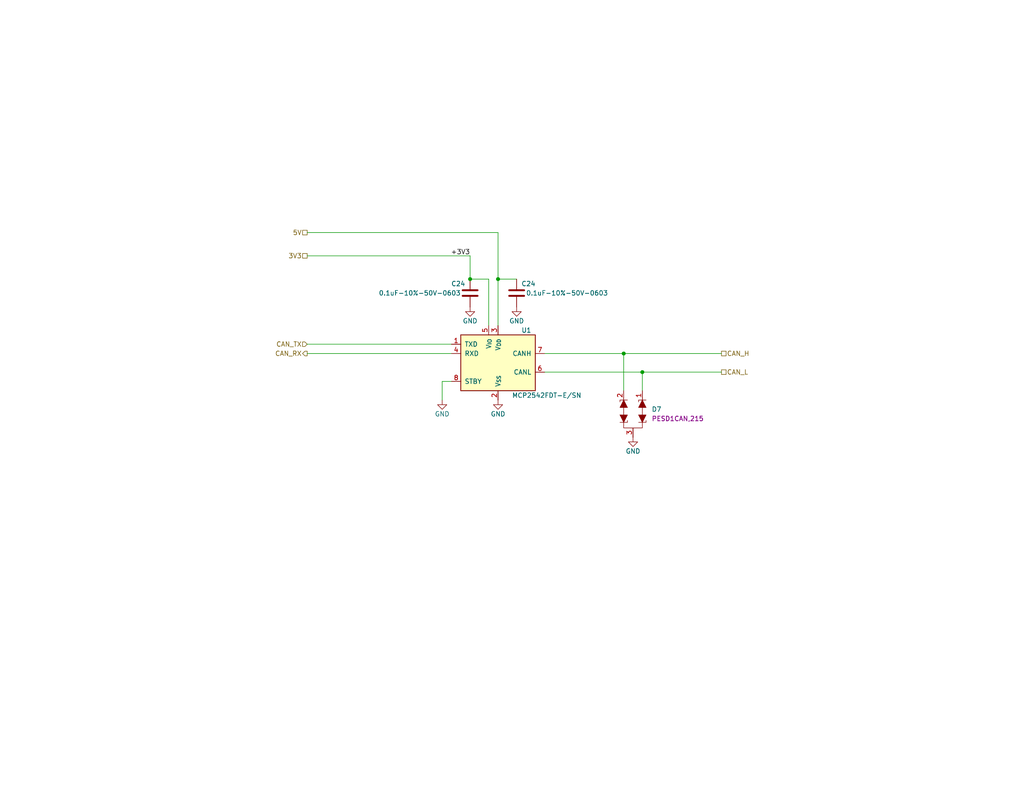
<source format=kicad_sch>
(kicad_sch (version 20230121) (generator eeschema)
  (paper "A")
  (title_block (title "NX Indicator Board") (date "2023-08-28") (rev "1") (company "971 Spartan Robotics"))
  (lib_symbols
    (symbol "Device:C" (pin_numbers hide) (pin_names (offset 0.254))
      (property "Reference" "C" (at 0.635 2.54 0))
      (property "Value" "C" (at 0.635 -2.54 0))
      (symbol "C_0_1"
        (polyline (pts (xy -2.032 -0.762) (xy 2.032 -0.762)) (stroke (width 0.508)))
        (polyline (pts (xy -2.032 0.762) (xy 2.032 0.762)) (stroke (width 0.508)))
      )
      (symbol "C_1_1"
        (pin passive line (at 0 3.81 270) (length 2.794) (name "~") (number "1"))
        (pin passive line (at 0 -3.81 90) (length 2.794) (name "~") (number "2"))
      )
    )
    (symbol "Interface_CAN_LIN:MCP2562-E-SN" (pin_names (offset 1.016))
      (property "Reference" "U4" (at 1.9559 12.7 0))
      (property "Value" "MCP2562-E-SN" (at 3.81 10.16 0))
      (symbol "MCP2562-E-SN_0_1"
        (rectangle (start -10.16 7.62) (end 10.16 -7.62) (stroke (width 0.254)) (fill (type background)))
      )
      (symbol "MCP2562-E-SN_1_1"
        (pin input line (at -12.7 5.08 0) (length 2.54) (name "TXD") (number "1"))
        (pin power_in line (at 0 -10.16 90) (length 2.54) (name "V_{SS}") (number "2"))
        (pin power_in line (at 0 10.16 270) (length 2.54) (name "V_{DD}") (number "3"))
        (pin output line (at -12.7 2.54 0) (length 2.54) (name "RXD") (number "4"))
        (pin power_in line (at -2.54 10.16 270) (length 2.54) (name "V_{IO}") (number "5"))
        (pin bidirectional line (at 12.7 -2.54 180) (length 2.54) (name "CANL") (number "6"))
        (pin bidirectional line (at 12.7 2.54 180) (length 2.54) (name "CANH") (number "7"))
        (pin input line (at -12.7 -5.08 0) (length 2.54) (name "STBY") (number "8"))
      )
    )
    (symbol "PI-Power-Board:PESD1CAN" (pin_names hide)
      (property "Reference" "D" (at 0 0 0))
      (property "MFG P/N" "PESD1CAN,215" (at 0 0 0))
      (symbol "PESD1CAN_0_1"
        (polyline (pts (xy -1.27 -7.62) (xy 0.762 -7.62)))
        (polyline (pts (xy -1.27 -2.54) (xy 0.762 -2.54)))
        (polyline (pts (xy 0.635 -7.62) (xy 3.175 -7.62)))
        (polyline (pts (xy 0.635 -2.54) (xy 3.175 -2.54)))
        (polyline (pts (xy 4.826 -7.62) (xy 2.794 -7.62)))
        (polyline (pts (xy 4.826 -2.54) (xy 2.794 -2.54)))
        (polyline (pts (xy -1.27 -6.604) (xy -1.27 -8.636) (xy -0.762 -8.636)))
        (polyline (pts (xy -1.27 -1.524) (xy -1.27 -3.556) (xy -0.762 -3.556)))
        (polyline (pts (xy 4.826 -8.636) (xy 4.826 -6.604) (xy 4.318 -6.604)))
        (polyline (pts (xy 4.826 -3.556) (xy 4.826 -1.524) (xy 4.318 -1.524)))
        (polyline (pts (xy 0.762 -6.604) (xy -1.27 -7.62) (xy 0.762 -8.636) (xy 0.762 -6.604)) (fill (type outline)))
        (polyline (pts (xy 0.762 -1.524) (xy -1.27 -2.54) (xy 0.762 -3.556) (xy 0.762 -1.524)) (fill (type outline)))
        (polyline (pts (xy 2.794 -8.636) (xy 4.826 -7.62) (xy 2.794 -6.604) (xy 2.794 -8.636)) (fill (type outline)))
        (polyline (pts (xy 2.794 -3.556) (xy 4.826 -2.54) (xy 2.794 -1.524) (xy 2.794 -3.556)) (fill (type outline)))
        (polyline (pts (xy 4.445 -2.54) (xy 6.35 -2.54) (xy 6.35 -7.62) (xy 4.445 -7.62)))
      )
      (symbol "PESD1CAN_1_1"
        (pin passive line (at -3.81 -2.54 0) (length 2.54) (name "K1") (number "1"))
        (pin passive line (at -3.81 -7.62 0) (length 2.54) (name "K1") (number "2"))
        (pin passive line (at 8.89 -5.08 180) (length 2.54) (name "KK") (number "3"))
      )
    )
    (symbol "power:GND" (power) (pin_names (offset 0))
      (property "Value" "GND" (at 0 -3.81 0))
      (symbol "GND_0_1"
        (polyline (pts (xy 0 0) (xy 0 -1.27) (xy 1.27 -1.27) (xy 0 -2.54) (xy -1.27 -1.27) (xy 0 -1.27)))
      )
      (symbol "GND_1_1"
        (pin power_in line (at 0 0 270) (length 0) hide (name "GND") (number "1"))
      )
    )
  )
  (junction (at 128.27 76.2))
  (junction (at 135.89 76.2))
  (junction (at 170.18 96.52))
  (junction (at 175.26 101.6))
  (wire (pts (xy 120.65 104.14) (xy 123.19 104.14)))
  (wire (pts (xy 148.59 96.52) (xy 170.18 96.52)))
  (wire (pts (xy 128.27 69.85) (xy 128.27 76.2)))
  (wire (pts (xy 83.82 96.52) (xy 123.19 96.52)))
  (wire (pts (xy 175.26 101.6) (xy 175.26 106.68)))
  (wire (pts (xy 175.26 101.6) (xy 196.85 101.6)))
  (wire (pts (xy 83.82 69.85) (xy 128.27 69.85)))
  (wire (pts (xy 83.82 63.5) (xy 135.89 63.5)))
  (wire (pts (xy 83.82 93.98) (xy 123.19 93.98)))
  (wire (pts (xy 148.59 101.6) (xy 175.26 101.6)))
  (wire (pts (xy 135.89 76.2) (xy 135.89 88.9)))
  (wire (pts (xy 170.18 106.68) (xy 170.18 96.52)))
  (wire (pts (xy 170.18 96.52) (xy 196.85 96.52)))
  (wire (pts (xy 128.27 76.2) (xy 133.35 76.2)))
  (wire (pts (xy 120.65 109.22) (xy 120.65 104.14)))
  (wire (pts (xy 135.89 76.2) (xy 140.97 76.2)))
  (wire (pts (xy 133.35 76.2) (xy 133.35 88.9)))
  (wire (pts (xy 135.89 76.2) (xy 135.89 63.5)))
  (label "+3V3" (at 128.27 69.85 180))
  (hierarchical_label "CAN_L" (shape passive) (at 196.85 101.6 0))
  (hierarchical_label "5V" (shape passive) (at 83.82 63.5 180))
  (hierarchical_label "CAN_H" (shape passive) (at 196.85 96.52 0))
  (hierarchical_label "CAN_RX" (shape output) (at 83.82 96.52 180))
  (hierarchical_label "3V3" (shape passive) (at 83.82 69.85 180))
  (hierarchical_label "CAN_TX" (shape input) (at 83.82 93.98 180))
  (symbol (lib_id "Device:C") (at 128.27 80.01 0) (unit 1)
    (property "Reference" "C24" (at 127 77.47 0) (effects (justify right)))
    (property "Value" "0.1uF-10%-50V-0603" (at 125.73 80.01 0) (effects (justify right)))
    (property "Footprint" "Capacitor_SMD:C_0603_1608Metric" (effects hide))
    (property "MFG" "Samsung Electro-Mechanics" (effects hide))
    (property "MFG P/N" "CL10B104KB8NNNC" (effects hide))
    (instances (project "PI-Power-Board" (path "" (reference "C24") (unit 1))) (project "NX-IndicatorBoard" (path "" (reference "C1") (unit 1))) (project "NX-J401-Adapter" (path "" (reference "C3") (unit 1)) (path "" (reference "C13") (unit 1))))
  )
  (symbol (lib_id "power:GND") (at 128.27 83.82 0) (unit 1)
    (property "Reference" "#PWR09" (effects hide))
    (property "Value" "GND" (at 128.27 87.63 0))
    (instances (project "NX-IndicatorBoard" (path "" (reference "#PWR09") (unit 1)) (path "" (reference "#PWR05") (unit 1))))
  )
  (symbol (lib_id "power:GND") (at 120.65 109.22 0) (unit 1)
    (property "Reference" "#PWR09" (effects hide))
    (property "Value" "GND" (at 120.65 113.03 0))
    (instances (project "NX-IndicatorBoard" (path "" (reference "#PWR09") (unit 1)) (path "" (reference "#PWR02") (unit 1))))
  )
  (symbol (lib_id "PI-Power-Board:PESD1CAN") (at 177.8 110.49 270) (unit 1)
    (property "Reference" "D7" (at 177.8 111.7599 90) (effects (justify left)))
    (property "Value" "PESD1CAN" (effects hide))
    (property "Footprint" "Package_TO_SOT_SMD:SOT-23" (effects hide))
    (property "Datasheet" "Components/Nexperia-PESD1CAN.pdf" (effects hide))
    (property "MFG" "Nexperia" (effects hide))
    (property "MFG P/N" "PESD1CAN,215" (at 177.8 114.2999 90) (effects (justify left)))
    (instances (project "PI-Power-Board" (path "" (reference "D7") (unit 1))) (project "NX-IndicatorBoard" (path "" (reference "D10") (unit 1))) (project "NX-J401-Adapter" (path "" (reference "D5") (unit 1))))
  )
  (symbol (lib_id "Interface_CAN_LIN:MCP2562-E-SN") (at 135.89 99.06 0) (unit 1)
    (property "Reference" "U1" (at 142.24 90.17 0) (effects (justify left)))
    (property "Value" "MCP2542FDT-E/SN" (at 139.7 107.95 0) (effects (justify left)))
    (property "Footprint" "Package_SO:SOIC-8_3.9x4.9mm_P1.27mm" (effects hide))
    (property "Datasheet" "Components/Microchip-MCP2542WFD.pdf" (effects hide))
    (property "MFG" "Microchip" (effects hide))
    (property "MFG P/N" "MCP2542FDT-E/SN" (effects hide))
    (property "DIST" "Digikey" (effects hide))
    (property "DIST P/N" "MCP2542FDT-E/SNCT-ND" (effects hide))
    (instances (project "NX-IndicatorBoard" (path "" (reference "U1") (unit 1))) (project "NX-J401-Adapter" (path "" (reference "U5") (unit 1))))
  )
  (symbol (lib_id "power:GND") (at 140.97 83.82 0) (unit 1)
    (property "Reference" "#PWR09" (effects hide))
    (property "Value" "GND" (at 140.97 87.63 0))
    (instances (project "NX-IndicatorBoard" (path "" (reference "#PWR09") (unit 1)) (path "" (reference "#PWR03") (unit 1))))
  )
  (symbol (lib_id "Device:C") (at 140.97 80.01 0) (mirror y) (unit 1)
    (property "Reference" "C24" (at 142.24 77.47 0) (effects (justify right)))
    (property "Value" "0.1uF-10%-50V-0603" (at 143.51 80.01 0) (effects (justify right)))
    (property "Footprint" "Capacitor_SMD:C_0603_1608Metric" (effects hide))
    (property "MFG" "Samsung Electro-Mechanics" (effects hide))
    (property "MFG P/N" "CL10B104KB8NNNC" (effects hide))
    (instances (project "PI-Power-Board" (path "" (reference "C24") (unit 1))) (project "NX-IndicatorBoard" (path "" (reference "C2") (unit 1))) (project "NX-J401-Adapter" (path "" (reference "C3") (unit 1)) (path "" (reference "C14") (unit 1))))
  )
  (symbol (lib_id "power:GND") (at 172.72 119.38 0) (unit 1)
    (property "Reference" "#PWR09" (effects hide))
    (property "Value" "GND" (at 172.72 123.19 0))
    (instances (project "NX-IndicatorBoard" (path "" (reference "#PWR09") (unit 1)) (path "" (reference "#PWR06") (unit 1))))
  )
  (symbol (lib_id "power:GND") (at 135.89 109.22 0) (unit 1)
    (property "Reference" "#PWR09" (effects hide))
    (property "Value" "GND" (at 135.89 113.03 0))
    (instances (project "NX-IndicatorBoard" (path "" (reference "#PWR09") (unit 1)) (path "" (reference "#PWR04") (unit 1))))
  )
)
</source>
